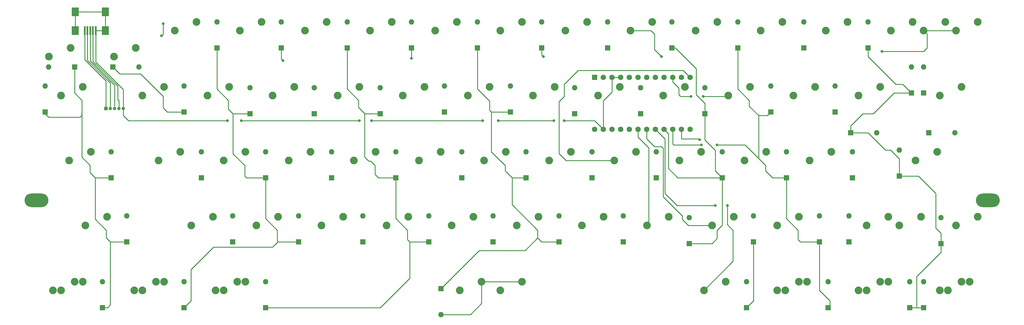
<source format=gbl>
G04 #@! TF.GenerationSoftware,KiCad,Pcbnew,(5.1.6)-1*
G04 #@! TF.CreationDate,2021-05-30T03:28:52+07:00*
G04 #@! TF.ProjectId,LK60 v2,4c4b3630-2076-4322-9e6b-696361645f70,rev?*
G04 #@! TF.SameCoordinates,Original*
G04 #@! TF.FileFunction,Copper,L2,Bot*
G04 #@! TF.FilePolarity,Positive*
%FSLAX46Y46*%
G04 Gerber Fmt 4.6, Leading zero omitted, Abs format (unit mm)*
G04 Created by KiCad (PCBNEW (5.1.6)-1) date 2021-05-30 03:28:52*
%MOMM*%
%LPD*%
G01*
G04 APERTURE LIST*
G04 #@! TA.AperFunction,ComponentPad*
%ADD10O,7.000000X4.000000*%
G04 #@! TD*
G04 #@! TA.AperFunction,ComponentPad*
%ADD11O,1.000000X1.000000*%
G04 #@! TD*
G04 #@! TA.AperFunction,ComponentPad*
%ADD12R,1.000000X1.000000*%
G04 #@! TD*
G04 #@! TA.AperFunction,SMDPad,CuDef*
%ADD13R,0.500000X2.500000*%
G04 #@! TD*
G04 #@! TA.AperFunction,SMDPad,CuDef*
%ADD14R,2.000000X2.500000*%
G04 #@! TD*
G04 #@! TA.AperFunction,ComponentPad*
%ADD15C,1.600000*%
G04 #@! TD*
G04 #@! TA.AperFunction,ComponentPad*
%ADD16R,1.600000X1.600000*%
G04 #@! TD*
G04 #@! TA.AperFunction,ComponentPad*
%ADD17C,2.250000*%
G04 #@! TD*
G04 #@! TA.AperFunction,ComponentPad*
%ADD18O,1.600000X1.600000*%
G04 #@! TD*
G04 #@! TA.AperFunction,ViaPad*
%ADD19C,0.800000*%
G04 #@! TD*
G04 #@! TA.AperFunction,Conductor*
%ADD20C,0.250000*%
G04 #@! TD*
G04 APERTURE END LIST*
D10*
G04 #@! TO.P,REF\u002A\u002A,1*
G04 #@! TO.N,N/C*
X284480000Y45212000D03*
G04 #@! TD*
G04 #@! TO.P,REF\u002A\u002A,1*
G04 #@! TO.N,N/C*
X6096000Y45212000D03*
G04 #@! TD*
D11*
G04 #@! TO.P,Pin_header1,5*
G04 #@! TO.N,Ground*
X31496000Y72136000D03*
G04 #@! TO.P,Pin_header1,4*
G04 #@! TO.N,Net-(J1-Pad4)*
X30226000Y72136000D03*
G04 #@! TO.P,Pin_header1,3*
G04 #@! TO.N,Net-(J1-Pad3)*
X28956000Y72136000D03*
G04 #@! TO.P,Pin_header1,2*
G04 #@! TO.N,Net-(J1-Pad2)*
X27686000Y72136000D03*
D12*
G04 #@! TO.P,Pin_header1,1*
G04 #@! TO.N,Net-(J1-Pad1)*
X26416000Y72136000D03*
G04 #@! TD*
D13*
G04 #@! TO.P,J1,5*
G04 #@! TO.N,Ground*
X23444000Y94936000D03*
G04 #@! TO.P,J1,4*
G04 #@! TO.N,Net-(J1-Pad4)*
X22644000Y94936000D03*
G04 #@! TO.P,J1,3*
G04 #@! TO.N,Net-(J1-Pad3)*
X21844000Y94936000D03*
G04 #@! TO.P,J1,2*
G04 #@! TO.N,Net-(J1-Pad2)*
X21044000Y94936000D03*
G04 #@! TO.P,J1,1*
G04 #@! TO.N,Net-(J1-Pad1)*
X20244000Y94936000D03*
D14*
G04 #@! TO.P,J1,6*
G04 #@! TO.N,Ground*
X26244000Y94936000D03*
X17444000Y94936000D03*
X26244000Y100436000D03*
X17444000Y100436000D03*
G04 #@! TD*
D15*
G04 #@! TO.P,U1,24*
G04 #@! TO.N,Net-(U1-Pad24)*
X169418000Y66040000D03*
G04 #@! TO.P,U1,23*
G04 #@! TO.N,Ground*
X171958000Y66040000D03*
G04 #@! TO.P,U1,22*
G04 #@! TO.N,Net-(U1-Pad22)*
X174498000Y66040000D03*
G04 #@! TO.P,U1,21*
G04 #@! TO.N,Net-(U1-Pad21)*
X177038000Y66040000D03*
G04 #@! TO.P,U1,20*
G04 #@! TO.N,Col5*
X179578000Y66040000D03*
G04 #@! TO.P,U1,19*
G04 #@! TO.N,Col6*
X182118000Y66040000D03*
G04 #@! TO.P,U1,18*
G04 #@! TO.N,Col7*
X184658000Y66040000D03*
G04 #@! TO.P,U1,17*
G04 #@! TO.N,Col8*
X187198000Y66040000D03*
G04 #@! TO.P,U1,16*
G04 #@! TO.N,Row4*
X189738000Y66040000D03*
G04 #@! TO.P,U1,15*
G04 #@! TO.N,Row5*
X192278000Y66040000D03*
G04 #@! TO.P,U1,14*
G04 #@! TO.N,Row6*
X194818000Y66040000D03*
G04 #@! TO.P,U1,13*
G04 #@! TO.N,Row7*
X197358000Y66040000D03*
G04 #@! TO.P,U1,12*
G04 #@! TO.N,Col4*
X197358000Y81280000D03*
G04 #@! TO.P,U1,11*
G04 #@! TO.N,Col3*
X194818000Y81280000D03*
G04 #@! TO.P,U1,10*
G04 #@! TO.N,Col2*
X192278000Y81280000D03*
G04 #@! TO.P,U1,9*
G04 #@! TO.N,Col1*
X189738000Y81280000D03*
G04 #@! TO.P,U1,8*
G04 #@! TO.N,Col0*
X187198000Y81280000D03*
G04 #@! TO.P,U1,7*
G04 #@! TO.N,Row3*
X184658000Y81280000D03*
G04 #@! TO.P,U1,6*
G04 #@! TO.N,Row2*
X182118000Y81280000D03*
G04 #@! TO.P,U1,5*
G04 #@! TO.N,Row1*
X179578000Y81280000D03*
G04 #@! TO.P,U1,4*
G04 #@! TO.N,Ground*
X177038000Y81280000D03*
G04 #@! TO.P,U1,3*
X174498000Y81280000D03*
G04 #@! TO.P,U1,2*
G04 #@! TO.N,Row0*
X171958000Y81280000D03*
D16*
G04 #@! TO.P,U1,1*
G04 #@! TO.N,Net-(U1-Pad1)*
X169418000Y81280000D03*
G04 #@! TD*
D17*
G04 #@! TO.P,KeyMod2,2*
G04 #@! TO.N,Net-(D62-Pad2)*
X255399000Y21336000D03*
G04 #@! TO.P,KeyMod2,1*
G04 #@! TO.N,Col8*
X249049000Y18796000D03*
G04 #@! TD*
G04 #@! TO.P,KeyMod1,2*
G04 #@! TO.N,Net-(D55-Pad2)*
X281591000Y40387000D03*
G04 #@! TO.P,KeyMod1,1*
G04 #@! TO.N,Col6*
X275241000Y37847000D03*
G04 #@! TD*
G04 #@! TO.P,KeyZ1,2*
G04 #@! TO.N,Net-(D44-Pad2)*
X57752000Y40387000D03*
G04 #@! TO.P,KeyZ1,1*
G04 #@! TO.N,Col7*
X51402000Y37847000D03*
G04 #@! TD*
G04 #@! TO.P,KeyY1,2*
G04 #@! TO.N,Net-(D22-Pad2)*
X138715000Y78488000D03*
G04 #@! TO.P,KeyY1,1*
G04 #@! TO.N,Col2*
X132365000Y75948000D03*
G04 #@! TD*
G04 #@! TO.P,KeyX1,2*
G04 #@! TO.N,Net-(D45-Pad2)*
X76802000Y40387000D03*
G04 #@! TO.P,KeyX1,1*
G04 #@! TO.N,Col6*
X70452000Y37847000D03*
G04 #@! TD*
G04 #@! TO.P,KeyWin1U1,2*
G04 #@! TO.N,Net-(D57-Pad2)*
X43464000Y21336000D03*
G04 #@! TO.P,KeyWin1U1,1*
G04 #@! TO.N,Col8*
X37114000Y18796000D03*
G04 #@! TD*
G04 #@! TO.P,KeyWin1,2*
G04 #@! TO.N,Net-(D57-Pad2)*
X41086000Y21336000D03*
G04 #@! TO.P,KeyWin1,1*
G04 #@! TO.N,Col8*
X34736000Y18796000D03*
G04 #@! TD*
G04 #@! TO.P,KeyWave1,2*
G04 #@! TO.N,Net-(D14-Pad2)*
X262540000Y97536000D03*
G04 #@! TO.P,KeyWave1,1*
G04 #@! TO.N,Col1*
X256190000Y94996000D03*
G04 #@! TD*
G04 #@! TO.P,KeyW1,2*
G04 #@! TO.N,Net-(D18-Pad2)*
X62515000Y78488000D03*
G04 #@! TO.P,KeyW1,1*
G04 #@! TO.N,Col2*
X56165000Y75948000D03*
G04 #@! TD*
G04 #@! TO.P,KeyV1,2*
G04 #@! TO.N,Net-(D47-Pad2)*
X114902000Y40387000D03*
G04 #@! TO.P,KeyV1,1*
G04 #@! TO.N,Col6*
X108552000Y37847000D03*
G04 #@! TD*
G04 #@! TO.P,KeyU1,2*
G04 #@! TO.N,Net-(D23-Pad2)*
X157765000Y78488000D03*
G04 #@! TO.P,KeyU1,1*
G04 #@! TO.N,Col3*
X151415000Y75948000D03*
G04 #@! TD*
G04 #@! TO.P,KeyTitikdua1,2*
G04 #@! TO.N,Net-(D40-Pad2)*
X219668000Y59436000D03*
G04 #@! TO.P,KeyTitikdua1,1*
G04 #@! TO.N,Col4*
X213318000Y56896000D03*
G04 #@! TD*
G04 #@! TO.P,KeyTitik1,2*
G04 #@! TO.N,Net-(D52-Pad2)*
X210153000Y40387000D03*
G04 #@! TO.P,KeyTitik1,1*
G04 #@! TO.N,Col7*
X203803000Y37847000D03*
G04 #@! TD*
G04 #@! TO.P,KeyTanya1,2*
G04 #@! TO.N,Net-(D53-Pad2)*
X229203000Y40387000D03*
G04 #@! TO.P,KeyTanya1,1*
G04 #@! TO.N,Col6*
X222853000Y37847000D03*
G04 #@! TD*
G04 #@! TO.P,KeyTab1,2*
G04 #@! TO.N,Net-(D16-Pad2)*
X19652000Y78488000D03*
G04 #@! TO.P,KeyTab1,1*
G04 #@! TO.N,Col2*
X13302000Y75948000D03*
G04 #@! TD*
G04 #@! TO.P,KeyT1,2*
G04 #@! TO.N,Net-(D21-Pad2)*
X119665000Y78488000D03*
G04 #@! TO.P,KeyT1,1*
G04 #@! TO.N,Col3*
X113315000Y75948000D03*
G04 #@! TD*
G04 #@! TO.P,KeySpace7U1,2*
G04 #@! TO.N,Net-(D59-Pad2)*
X148240000Y21336000D03*
G04 #@! TO.P,KeySpace7U1,1*
G04 #@! TO.N,Col8*
X141890000Y18796000D03*
G04 #@! TD*
G04 #@! TO.P,KeySpace6.25,2*
G04 #@! TO.N,Net-(D59-Pad2)*
X136336000Y21336000D03*
G04 #@! TO.P,KeySpace6.25,1*
G04 #@! TO.N,Col8*
X129986000Y18796000D03*
G04 #@! TD*
G04 #@! TO.P,KeyS1,2*
G04 #@! TO.N,Net-(D32-Pad2)*
X67236000Y59436000D03*
G04 #@! TO.P,KeyS1,1*
G04 #@! TO.N,Col4*
X60886000Y56896000D03*
G04 #@! TD*
G04 #@! TO.P,KeyRShift2.75U1,2*
G04 #@! TO.N,Net-(D54-Pad2)*
X264922000Y40387000D03*
G04 #@! TO.P,KeyRShift2.75U1,1*
G04 #@! TO.N,Col7*
X258572000Y37847000D03*
G04 #@! TD*
G04 #@! TO.P,KeyRShift1,2*
G04 #@! TO.N,Net-(D54-Pad2)*
X255397000Y40387000D03*
G04 #@! TO.P,KeyRShift1,1*
G04 #@! TO.N,Col7*
X249047000Y37847000D03*
G04 #@! TD*
G04 #@! TO.P,KeyRCtrl1.5U1,2*
G04 #@! TO.N,Net-(D63-Pad2)*
X276830000Y21336000D03*
G04 #@! TO.P,KeyRCtrl1.5U1,1*
G04 #@! TO.N,Col8*
X270480000Y18796000D03*
G04 #@! TD*
G04 #@! TO.P,KeyRCtrl1,2*
G04 #@! TO.N,Net-(D63-Pad2)*
X279211000Y21336000D03*
G04 #@! TO.P,KeyRCtrl1,1*
G04 #@! TO.N,Col8*
X272861000Y18796000D03*
G04 #@! TD*
G04 #@! TO.P,KeyRAlt1.5U1,2*
G04 #@! TO.N,Net-(D61-Pad2)*
X229201000Y21336000D03*
G04 #@! TO.P,KeyRAlt1.5U1,1*
G04 #@! TO.N,Col8*
X222851000Y18796000D03*
G04 #@! TD*
G04 #@! TO.P,KeyRAlt1,2*
G04 #@! TO.N,Net-(D60-Pad2)*
X207772000Y21336000D03*
G04 #@! TO.P,KeyRAlt1,1*
G04 #@! TO.N,Col8*
X201422000Y18796000D03*
G04 #@! TD*
G04 #@! TO.P,KeyR]1,2*
G04 #@! TO.N,Net-(D28-Pad2)*
X253020000Y78488000D03*
G04 #@! TO.P,KeyR]1,1*
G04 #@! TO.N,Col2*
X246670000Y75948000D03*
G04 #@! TD*
G04 #@! TO.P,KeyR1,2*
G04 #@! TO.N,Net-(D20-Pad2)*
X100615000Y78488000D03*
G04 #@! TO.P,KeyR1,1*
G04 #@! TO.N,Col2*
X94265000Y75948000D03*
G04 #@! TD*
G04 #@! TO.P,KeyQ1,2*
G04 #@! TO.N,Net-(D17-Pad2)*
X43465000Y78488000D03*
G04 #@! TO.P,KeyQ1,1*
G04 #@! TO.N,Col3*
X37115000Y75948000D03*
G04 #@! TD*
G04 #@! TO.P,KeyPlus1,2*
G04 #@! TO.N,Net-(D13-Pad2)*
X243490000Y97536000D03*
G04 #@! TO.P,KeyPlus1,1*
G04 #@! TO.N,Col0*
X237140000Y94996000D03*
G04 #@! TD*
G04 #@! TO.P,KeyPetik1,2*
G04 #@! TO.N,Net-(D41-Pad2)*
X238722000Y59436000D03*
G04 #@! TO.P,KeyPetik1,1*
G04 #@! TO.N,Col5*
X232372000Y56896000D03*
G04 #@! TD*
G04 #@! TO.P,KeyP1,2*
G04 #@! TO.N,Net-(D26-Pad2)*
X214919000Y78488000D03*
G04 #@! TO.P,KeyP1,1*
G04 #@! TO.N,Col2*
X208569000Y75948000D03*
G04 #@! TD*
G04 #@! TO.P,KeyO1,2*
G04 #@! TO.N,Net-(D25-Pad2)*
X195869000Y78488000D03*
G04 #@! TO.P,KeyO1,1*
G04 #@! TO.N,Col3*
X189519000Y75948000D03*
G04 #@! TD*
G04 #@! TO.P,KeyNo9,2*
G04 #@! TO.N,Net-(D10-Pad2)*
X186340000Y97536000D03*
G04 #@! TO.P,KeyNo9,1*
G04 #@! TO.N,Col1*
X179990000Y94996000D03*
G04 #@! TD*
G04 #@! TO.P,KeyNo8,2*
G04 #@! TO.N,Net-(D9-Pad2)*
X167290000Y97536000D03*
G04 #@! TO.P,KeyNo8,1*
G04 #@! TO.N,Col0*
X160940000Y94996000D03*
G04 #@! TD*
G04 #@! TO.P,KeyNo7,2*
G04 #@! TO.N,Net-(D8-Pad2)*
X148240000Y97536000D03*
G04 #@! TO.P,KeyNo7,1*
G04 #@! TO.N,Col1*
X141890000Y94996000D03*
G04 #@! TD*
G04 #@! TO.P,KeyNo6,2*
G04 #@! TO.N,Net-(D7-Pad2)*
X129190000Y97536000D03*
G04 #@! TO.P,KeyNo6,1*
G04 #@! TO.N,Col0*
X122840000Y94996000D03*
G04 #@! TD*
G04 #@! TO.P,KeyNo5,2*
G04 #@! TO.N,Net-(D6-Pad2)*
X110140000Y97536000D03*
G04 #@! TO.P,KeyNo5,1*
G04 #@! TO.N,Col1*
X103790000Y94996000D03*
G04 #@! TD*
G04 #@! TO.P,KeyNo4,2*
G04 #@! TO.N,Net-(D5-Pad2)*
X91090000Y97536000D03*
G04 #@! TO.P,KeyNo4,1*
G04 #@! TO.N,Col0*
X84740000Y94996000D03*
G04 #@! TD*
G04 #@! TO.P,KeyNo3,2*
G04 #@! TO.N,Net-(D4-Pad2)*
X72040000Y97536000D03*
G04 #@! TO.P,KeyNo3,1*
G04 #@! TO.N,Col1*
X65690000Y94996000D03*
G04 #@! TD*
G04 #@! TO.P,KeyNo2,2*
G04 #@! TO.N,Net-(D3-Pad2)*
X52990000Y97536000D03*
G04 #@! TO.P,KeyNo2,1*
G04 #@! TO.N,Col0*
X46640000Y94996000D03*
G04 #@! TD*
G04 #@! TO.P,KeyNo1,2*
G04 #@! TO.N,Net-(D2-Pad2)*
X28860000Y87376000D03*
G04 #@! TO.P,KeyNo1,1*
G04 #@! TO.N,Col1*
X35210000Y89916000D03*
G04 #@! TD*
G04 #@! TO.P,KeyNo0,2*
G04 #@! TO.N,Net-(D11-Pad2)*
X205390000Y97536000D03*
G04 #@! TO.P,KeyNo0,1*
G04 #@! TO.N,Col0*
X199040000Y94996000D03*
G04 #@! TD*
G04 #@! TO.P,KeyN1,2*
G04 #@! TO.N,Net-(D49-Pad2)*
X153003000Y40387000D03*
G04 #@! TO.P,KeyN1,1*
G04 #@! TO.N,Col6*
X146653000Y37847000D03*
G04 #@! TD*
G04 #@! TO.P,KeyMinus1,2*
G04 #@! TO.N,Net-(D12-Pad2)*
X224440000Y97536000D03*
G04 #@! TO.P,KeyMinus1,1*
G04 #@! TO.N,Col1*
X218090000Y94996000D03*
G04 #@! TD*
G04 #@! TO.P,KeyMenu1U1,2*
G04 #@! TO.N,Net-(D62-Pad2)*
X253016000Y21336000D03*
G04 #@! TO.P,KeyMenu1U1,1*
G04 #@! TO.N,Col8*
X246666000Y18796000D03*
G04 #@! TD*
G04 #@! TO.P,KeyMenu1,2*
G04 #@! TO.N,Net-(D61-Pad2)*
X231586000Y21336000D03*
G04 #@! TO.P,KeyMenu1,1*
G04 #@! TO.N,Col8*
X225236000Y18796000D03*
G04 #@! TD*
G04 #@! TO.P,KeyM1,2*
G04 #@! TO.N,Net-(D50-Pad2)*
X172053000Y40387000D03*
G04 #@! TO.P,KeyM1,1*
G04 #@! TO.N,Col7*
X165703000Y37847000D03*
G04 #@! TD*
G04 #@! TO.P,KeyLShift1,2*
G04 #@! TO.N,Net-(D43-Pad2)*
X26796000Y40387000D03*
G04 #@! TO.P,KeyLShift1,1*
G04 #@! TO.N,Col6*
X20446000Y37847000D03*
G04 #@! TD*
G04 #@! TO.P,KeyLCtrl1.5U1,2*
G04 #@! TO.N,Net-(D56-Pad2)*
X19652500Y21336000D03*
G04 #@! TO.P,KeyLCtrl1.5U1,1*
G04 #@! TO.N,Col8*
X13302500Y18796000D03*
G04 #@! TD*
G04 #@! TO.P,KeyLCtrl1,2*
G04 #@! TO.N,Net-(D56-Pad2)*
X17272000Y21336000D03*
G04 #@! TO.P,KeyLCtrl1,1*
G04 #@! TO.N,Col8*
X10922000Y18796000D03*
G04 #@! TD*
G04 #@! TO.P,KeyLAlt1U1,2*
G04 #@! TO.N,Net-(D58-Pad2)*
X67279000Y21336000D03*
G04 #@! TO.P,KeyLAlt1U1,1*
G04 #@! TO.N,Col8*
X60929000Y18796000D03*
G04 #@! TD*
G04 #@! TO.P,KeyLAlt1,2*
G04 #@! TO.N,Net-(D58-Pad2)*
X64896000Y21336000D03*
G04 #@! TO.P,KeyLAlt1,1*
G04 #@! TO.N,Col8*
X58546000Y18796000D03*
G04 #@! TD*
G04 #@! TO.P,KeyL[1,2*
G04 #@! TO.N,Net-(D27-Pad2)*
X233970000Y78488000D03*
G04 #@! TO.P,KeyL[1,1*
G04 #@! TO.N,Col3*
X227620000Y75948000D03*
G04 #@! TD*
G04 #@! TO.P,KeyL1,2*
G04 #@! TO.N,Net-(D39-Pad2)*
X200614000Y59436000D03*
G04 #@! TO.P,KeyL1,1*
G04 #@! TO.N,Col5*
X194264000Y56896000D03*
G04 #@! TD*
G04 #@! TO.P,KeyKoma1,2*
G04 #@! TO.N,Net-(D51-Pad2)*
X191103000Y40387000D03*
G04 #@! TO.P,KeyKoma1,1*
G04 #@! TO.N,Col6*
X184753000Y37847000D03*
G04 #@! TD*
G04 #@! TO.P,KeyK1,2*
G04 #@! TO.N,Net-(D38-Pad2)*
X181560000Y59436000D03*
G04 #@! TO.P,KeyK1,1*
G04 #@! TO.N,Col4*
X175210000Y56896000D03*
G04 #@! TD*
G04 #@! TO.P,KeyJ1,2*
G04 #@! TO.N,Net-(D37-Pad2)*
X162506000Y59436000D03*
G04 #@! TO.P,KeyJ1,1*
G04 #@! TO.N,Col5*
X156156000Y56896000D03*
G04 #@! TD*
G04 #@! TO.P,KeyI1,2*
G04 #@! TO.N,Net-(D24-Pad2)*
X176819000Y78488000D03*
G04 #@! TO.P,KeyI1,1*
G04 #@! TO.N,Col2*
X170469000Y75948000D03*
G04 #@! TD*
G04 #@! TO.P,KeyH1,2*
G04 #@! TO.N,Net-(D36-Pad2)*
X143452000Y59436000D03*
G04 #@! TO.P,KeyH1,1*
G04 #@! TO.N,Col4*
X137102000Y56896000D03*
G04 #@! TD*
G04 #@! TO.P,KeyG1,2*
G04 #@! TO.N,Net-(D35-Pad2)*
X124398000Y59436000D03*
G04 #@! TO.P,KeyG1,1*
G04 #@! TO.N,Col5*
X118048000Y56896000D03*
G04 #@! TD*
G04 #@! TO.P,KeyF1,2*
G04 #@! TO.N,Net-(D34-Pad2)*
X105344000Y59436000D03*
G04 #@! TO.P,KeyF1,1*
G04 #@! TO.N,Col4*
X98994000Y56896000D03*
G04 #@! TD*
G04 #@! TO.P,KeyEsc1,2*
G04 #@! TO.N,Net-(D1-Pad2)*
X9810000Y87376000D03*
G04 #@! TO.P,KeyEsc1,1*
G04 #@! TO.N,Col0*
X16160000Y89916000D03*
G04 #@! TD*
G04 #@! TO.P,KeyEnter1,2*
G04 #@! TO.N,Net-(D42-Pad2)*
X269679000Y59436000D03*
G04 #@! TO.P,KeyEnter1,1*
G04 #@! TO.N,Col4*
X263329000Y56896000D03*
G04 #@! TD*
G04 #@! TO.P,KeyE1,2*
G04 #@! TO.N,Net-(D19-Pad2)*
X81565000Y78488000D03*
G04 #@! TO.P,KeyE1,1*
G04 #@! TO.N,Col3*
X75215000Y75948000D03*
G04 #@! TD*
G04 #@! TO.P,KeyDBackslas1,2*
G04 #@! TO.N,Net-(D29-Pad2)*
X276833000Y78488000D03*
G04 #@! TO.P,KeyDBackslas1,1*
G04 #@! TO.N,Col3*
X270483000Y75948000D03*
G04 #@! TD*
G04 #@! TO.P,KeyD1,2*
G04 #@! TO.N,Net-(D33-Pad2)*
X86290000Y59436000D03*
G04 #@! TO.P,KeyD1,1*
G04 #@! TO.N,Col5*
X79940000Y56896000D03*
G04 #@! TD*
G04 #@! TO.P,KeyCaps1,2*
G04 #@! TO.N,Net-(D30-Pad2)*
X22033750Y59436000D03*
G04 #@! TO.P,KeyCaps1,1*
G04 #@! TO.N,Col4*
X15683750Y56896000D03*
G04 #@! TD*
G04 #@! TO.P,KeyC1,2*
G04 #@! TO.N,Net-(D46-Pad2)*
X95852000Y40387000D03*
G04 #@! TO.P,KeyC1,1*
G04 #@! TO.N,Col7*
X89502000Y37847000D03*
G04 #@! TD*
G04 #@! TO.P,KeyBS1,2*
G04 #@! TO.N,Net-(D15-Pad2)*
X272064000Y97536000D03*
G04 #@! TO.P,KeyBS1,1*
G04 #@! TO.N,Col0*
X265714000Y94996000D03*
G04 #@! TD*
G04 #@! TO.P,KeyBackSlash1,2*
G04 #@! TO.N,Net-(D15-Pad2)*
X281590000Y97536000D03*
G04 #@! TO.P,KeyBackSlash1,1*
G04 #@! TO.N,Col0*
X275240000Y94996000D03*
G04 #@! TD*
G04 #@! TO.P,KeyB1,2*
G04 #@! TO.N,Net-(D48-Pad2)*
X133952000Y40387000D03*
G04 #@! TO.P,KeyB1,1*
G04 #@! TO.N,Col7*
X127602000Y37847000D03*
G04 #@! TD*
G04 #@! TO.P,KeyA1,2*
G04 #@! TO.N,Net-(D31-Pad2)*
X48185000Y59436000D03*
G04 #@! TO.P,KeyA1,1*
G04 #@! TO.N,Col5*
X41835000Y56896000D03*
G04 #@! TD*
D18*
G04 #@! TO.P,D63,2*
G04 #@! TO.N,Net-(D63-Pad2)*
X265684000Y21336000D03*
D16*
G04 #@! TO.P,D63,1*
G04 #@! TO.N,Row6*
X265684000Y13716000D03*
G04 #@! TD*
D18*
G04 #@! TO.P,D62,2*
G04 #@! TO.N,Net-(D62-Pad2)*
X261620000Y21336000D03*
D16*
G04 #@! TO.P,D62,1*
G04 #@! TO.N,Row6*
X261620000Y13716000D03*
G04 #@! TD*
D18*
G04 #@! TO.P,D61,2*
G04 #@! TO.N,Net-(D61-Pad2)*
X237744000Y21336000D03*
D16*
G04 #@! TO.P,D61,1*
G04 #@! TO.N,Row5*
X237744000Y13716000D03*
G04 #@! TD*
D18*
G04 #@! TO.P,D60,2*
G04 #@! TO.N,Net-(D60-Pad2)*
X213868000Y21336000D03*
D16*
G04 #@! TO.P,D60,1*
G04 #@! TO.N,Row4*
X213868000Y13716000D03*
G04 #@! TD*
D18*
G04 #@! TO.P,D59,2*
G04 #@! TO.N,Net-(D59-Pad2)*
X124460000Y11684000D03*
D16*
G04 #@! TO.P,D59,1*
G04 #@! TO.N,Row3*
X124460000Y19304000D03*
G04 #@! TD*
D18*
G04 #@! TO.P,D58,2*
G04 #@! TO.N,Net-(D58-Pad2)*
X73152000Y21336000D03*
D16*
G04 #@! TO.P,D58,1*
G04 #@! TO.N,Row2*
X73152000Y13716000D03*
G04 #@! TD*
D18*
G04 #@! TO.P,D57,2*
G04 #@! TO.N,Net-(D57-Pad2)*
X49276000Y21336000D03*
D16*
G04 #@! TO.P,D57,1*
G04 #@! TO.N,Row1*
X49276000Y13716000D03*
G04 #@! TD*
D18*
G04 #@! TO.P,D56,2*
G04 #@! TO.N,Net-(D56-Pad2)*
X25400000Y21336000D03*
D16*
G04 #@! TO.P,D56,1*
G04 #@! TO.N,Row0*
X25400000Y13716000D03*
G04 #@! TD*
D18*
G04 #@! TO.P,D55,2*
G04 #@! TO.N,Net-(D55-Pad2)*
X270764000Y40132000D03*
D16*
G04 #@! TO.P,D55,1*
G04 #@! TO.N,Row6*
X270764000Y32512000D03*
G04 #@! TD*
D18*
G04 #@! TO.P,D54,2*
G04 #@! TO.N,Net-(D54-Pad2)*
X243840000Y40640000D03*
D16*
G04 #@! TO.P,D54,1*
G04 #@! TO.N,Row5*
X243840000Y33020000D03*
G04 #@! TD*
D18*
G04 #@! TO.P,D53,2*
G04 #@! TO.N,Net-(D53-Pad2)*
X235204000Y40640000D03*
D16*
G04 #@! TO.P,D53,1*
G04 #@! TO.N,Row5*
X235204000Y33020000D03*
G04 #@! TD*
D18*
G04 #@! TO.P,D52,2*
G04 #@! TO.N,Net-(D52-Pad2)*
X215900000Y40640000D03*
D16*
G04 #@! TO.P,D52,1*
G04 #@! TO.N,Row4*
X215900000Y33020000D03*
G04 #@! TD*
D18*
G04 #@! TO.P,D51,2*
G04 #@! TO.N,Net-(D51-Pad2)*
X197104000Y40132000D03*
D16*
G04 #@! TO.P,D51,1*
G04 #@! TO.N,Row4*
X197104000Y32512000D03*
G04 #@! TD*
D18*
G04 #@! TO.P,D50,2*
G04 #@! TO.N,Net-(D50-Pad2)*
X177800000Y40640000D03*
D16*
G04 #@! TO.P,D50,1*
G04 #@! TO.N,Row3*
X177800000Y33020000D03*
G04 #@! TD*
D18*
G04 #@! TO.P,D49,2*
G04 #@! TO.N,Net-(D49-Pad2)*
X159004000Y40640000D03*
D16*
G04 #@! TO.P,D49,1*
G04 #@! TO.N,Row3*
X159004000Y33020000D03*
G04 #@! TD*
D18*
G04 #@! TO.P,D48,2*
G04 #@! TO.N,Net-(D48-Pad2)*
X139700000Y40640000D03*
D16*
G04 #@! TO.P,D48,1*
G04 #@! TO.N,Row2*
X139700000Y33020000D03*
G04 #@! TD*
D18*
G04 #@! TO.P,D47,2*
G04 #@! TO.N,Net-(D47-Pad2)*
X120904000Y40640000D03*
D16*
G04 #@! TO.P,D47,1*
G04 #@! TO.N,Row2*
X120904000Y33020000D03*
G04 #@! TD*
D18*
G04 #@! TO.P,D46,2*
G04 #@! TO.N,Net-(D46-Pad2)*
X101600000Y40640000D03*
D16*
G04 #@! TO.P,D46,1*
G04 #@! TO.N,Row1*
X101600000Y33020000D03*
G04 #@! TD*
D18*
G04 #@! TO.P,D45,2*
G04 #@! TO.N,Net-(D45-Pad2)*
X82804000Y40640000D03*
D16*
G04 #@! TO.P,D45,1*
G04 #@! TO.N,Row1*
X82804000Y33020000D03*
G04 #@! TD*
D18*
G04 #@! TO.P,D44,2*
G04 #@! TO.N,Net-(D44-Pad2)*
X63500000Y40640000D03*
D16*
G04 #@! TO.P,D44,1*
G04 #@! TO.N,Row0*
X63500000Y33020000D03*
G04 #@! TD*
D18*
G04 #@! TO.P,D43,2*
G04 #@! TO.N,Net-(D43-Pad2)*
X32512000Y40640000D03*
D16*
G04 #@! TO.P,D43,1*
G04 #@! TO.N,Row0*
X32512000Y33020000D03*
G04 #@! TD*
D18*
G04 #@! TO.P,D42,2*
G04 #@! TO.N,Net-(D42-Pad2)*
X258572000Y59944000D03*
D16*
G04 #@! TO.P,D42,1*
G04 #@! TO.N,Row6*
X258572000Y52324000D03*
G04 #@! TD*
D18*
G04 #@! TO.P,D41,2*
G04 #@! TO.N,Net-(D41-Pad2)*
X244856000Y59436000D03*
D16*
G04 #@! TO.P,D41,1*
G04 #@! TO.N,Row5*
X244856000Y51816000D03*
G04 #@! TD*
D18*
G04 #@! TO.P,D40,2*
G04 #@! TO.N,Net-(D40-Pad2)*
X225552000Y59436000D03*
D16*
G04 #@! TO.P,D40,1*
G04 #@! TO.N,Row5*
X225552000Y51816000D03*
G04 #@! TD*
D18*
G04 #@! TO.P,D39,2*
G04 #@! TO.N,Net-(D39-Pad2)*
X206756000Y59436000D03*
D16*
G04 #@! TO.P,D39,1*
G04 #@! TO.N,Row4*
X206756000Y51816000D03*
G04 #@! TD*
D18*
G04 #@! TO.P,D38,2*
G04 #@! TO.N,Net-(D38-Pad2)*
X187452000Y59436000D03*
D16*
G04 #@! TO.P,D38,1*
G04 #@! TO.N,Row4*
X187452000Y51816000D03*
G04 #@! TD*
D18*
G04 #@! TO.P,D37,2*
G04 #@! TO.N,Net-(D37-Pad2)*
X168656000Y59436000D03*
D16*
G04 #@! TO.P,D37,1*
G04 #@! TO.N,Row3*
X168656000Y51816000D03*
G04 #@! TD*
D18*
G04 #@! TO.P,D36,2*
G04 #@! TO.N,Net-(D36-Pad2)*
X149352000Y59436000D03*
D16*
G04 #@! TO.P,D36,1*
G04 #@! TO.N,Row3*
X149352000Y51816000D03*
G04 #@! TD*
D18*
G04 #@! TO.P,D35,2*
G04 #@! TO.N,Net-(D35-Pad2)*
X130556000Y59436000D03*
D16*
G04 #@! TO.P,D35,1*
G04 #@! TO.N,Row2*
X130556000Y51816000D03*
G04 #@! TD*
D18*
G04 #@! TO.P,D34,2*
G04 #@! TO.N,Net-(D34-Pad2)*
X111252000Y59436000D03*
D16*
G04 #@! TO.P,D34,1*
G04 #@! TO.N,Row2*
X111252000Y51816000D03*
G04 #@! TD*
D18*
G04 #@! TO.P,D33,2*
G04 #@! TO.N,Net-(D33-Pad2)*
X92456000Y59436000D03*
D16*
G04 #@! TO.P,D33,1*
G04 #@! TO.N,Row1*
X92456000Y51816000D03*
G04 #@! TD*
D18*
G04 #@! TO.P,D32,2*
G04 #@! TO.N,Net-(D32-Pad2)*
X73152000Y59436000D03*
D16*
G04 #@! TO.P,D32,1*
G04 #@! TO.N,Row1*
X73152000Y51816000D03*
G04 #@! TD*
D18*
G04 #@! TO.P,D31,2*
G04 #@! TO.N,Net-(D31-Pad2)*
X54356000Y59436000D03*
D16*
G04 #@! TO.P,D31,1*
G04 #@! TO.N,Row0*
X54356000Y51816000D03*
G04 #@! TD*
D18*
G04 #@! TO.P,D30,2*
G04 #@! TO.N,Net-(D30-Pad2)*
X27940000Y59436000D03*
D16*
G04 #@! TO.P,D30,1*
G04 #@! TO.N,Row0*
X27940000Y51816000D03*
G04 #@! TD*
D18*
G04 #@! TO.P,D29,2*
G04 #@! TO.N,Net-(D29-Pad2)*
X274828000Y65024000D03*
D16*
G04 #@! TO.P,D29,1*
G04 #@! TO.N,Row7*
X267208000Y65024000D03*
G04 #@! TD*
D18*
G04 #@! TO.P,D28,2*
G04 #@! TO.N,Net-(D28-Pad2)*
X251968000Y65024000D03*
D16*
G04 #@! TO.P,D28,1*
G04 #@! TO.N,Row6*
X244348000Y65024000D03*
G04 #@! TD*
D18*
G04 #@! TO.P,D27,2*
G04 #@! TO.N,Net-(D27-Pad2)*
X239776000Y78740000D03*
D16*
G04 #@! TO.P,D27,1*
G04 #@! TO.N,Row5*
X239776000Y71120000D03*
G04 #@! TD*
D18*
G04 #@! TO.P,D26,2*
G04 #@! TO.N,Net-(D26-Pad2)*
X220980000Y78740000D03*
D16*
G04 #@! TO.P,D26,1*
G04 #@! TO.N,Row5*
X220980000Y71120000D03*
G04 #@! TD*
D18*
G04 #@! TO.P,D25,2*
G04 #@! TO.N,Net-(D25-Pad2)*
X201676000Y78232000D03*
D16*
G04 #@! TO.P,D25,1*
G04 #@! TO.N,Row4*
X201676000Y70612000D03*
G04 #@! TD*
D18*
G04 #@! TO.P,D24,2*
G04 #@! TO.N,Net-(D24-Pad2)*
X182880000Y78232000D03*
D16*
G04 #@! TO.P,D24,1*
G04 #@! TO.N,Row4*
X182880000Y70612000D03*
G04 #@! TD*
D18*
G04 #@! TO.P,D23,2*
G04 #@! TO.N,Net-(D23-Pad2)*
X163576000Y78232000D03*
D16*
G04 #@! TO.P,D23,1*
G04 #@! TO.N,Row3*
X163576000Y70612000D03*
G04 #@! TD*
D18*
G04 #@! TO.P,D22,2*
G04 #@! TO.N,Net-(D22-Pad2)*
X144780000Y78740000D03*
D16*
G04 #@! TO.P,D22,1*
G04 #@! TO.N,Row3*
X144780000Y71120000D03*
G04 #@! TD*
D18*
G04 #@! TO.P,D21,2*
G04 #@! TO.N,Net-(D21-Pad2)*
X125476000Y78740000D03*
D16*
G04 #@! TO.P,D21,1*
G04 #@! TO.N,Row2*
X125476000Y71120000D03*
G04 #@! TD*
D18*
G04 #@! TO.P,D20,2*
G04 #@! TO.N,Net-(D20-Pad2)*
X106680000Y78232000D03*
D16*
G04 #@! TO.P,D20,1*
G04 #@! TO.N,Row2*
X106680000Y70612000D03*
G04 #@! TD*
D18*
G04 #@! TO.P,D19,2*
G04 #@! TO.N,Net-(D19-Pad2)*
X87376000Y78232000D03*
D16*
G04 #@! TO.P,D19,1*
G04 #@! TO.N,Row1*
X87376000Y70612000D03*
G04 #@! TD*
D18*
G04 #@! TO.P,D18,2*
G04 #@! TO.N,Net-(D18-Pad2)*
X68580000Y78232000D03*
D16*
G04 #@! TO.P,D18,1*
G04 #@! TO.N,Row1*
X68580000Y70612000D03*
G04 #@! TD*
D18*
G04 #@! TO.P,D17,2*
G04 #@! TO.N,Net-(D17-Pad2)*
X49276000Y78740000D03*
D16*
G04 #@! TO.P,D17,1*
G04 #@! TO.N,Row0*
X49276000Y71120000D03*
G04 #@! TD*
D18*
G04 #@! TO.P,D16,2*
G04 #@! TO.N,Net-(D16-Pad2)*
X8636000Y78740000D03*
D16*
G04 #@! TO.P,D16,1*
G04 #@! TO.N,Row0*
X8636000Y71120000D03*
G04 #@! TD*
D18*
G04 #@! TO.P,D15,2*
G04 #@! TO.N,Net-(D15-Pad2)*
X265684000Y84328000D03*
D16*
G04 #@! TO.P,D15,1*
G04 #@! TO.N,Row7*
X265684000Y76708000D03*
G04 #@! TD*
D18*
G04 #@! TO.P,D14,2*
G04 #@! TO.N,Net-(D14-Pad2)*
X262128000Y84328000D03*
D16*
G04 #@! TO.P,D14,1*
G04 #@! TO.N,Row6*
X262128000Y76708000D03*
G04 #@! TD*
D18*
G04 #@! TO.P,D13,2*
G04 #@! TO.N,Net-(D13-Pad2)*
X249428000Y97536000D03*
D16*
G04 #@! TO.P,D13,1*
G04 #@! TO.N,Row6*
X249428000Y89916000D03*
G04 #@! TD*
D18*
G04 #@! TO.P,D12,2*
G04 #@! TO.N,Net-(D12-Pad2)*
X230632000Y97536000D03*
D16*
G04 #@! TO.P,D12,1*
G04 #@! TO.N,Row5*
X230632000Y89916000D03*
G04 #@! TD*
D18*
G04 #@! TO.P,D11,2*
G04 #@! TO.N,Net-(D11-Pad2)*
X211328000Y97536000D03*
D16*
G04 #@! TO.P,D11,1*
G04 #@! TO.N,Row5*
X211328000Y89916000D03*
G04 #@! TD*
D18*
G04 #@! TO.P,D10,2*
G04 #@! TO.N,Net-(D10-Pad2)*
X192024000Y97536000D03*
D16*
G04 #@! TO.P,D10,1*
G04 #@! TO.N,Row4*
X192024000Y89916000D03*
G04 #@! TD*
D18*
G04 #@! TO.P,D9,2*
G04 #@! TO.N,Net-(D9-Pad2)*
X173228000Y97536000D03*
D16*
G04 #@! TO.P,D9,1*
G04 #@! TO.N,Row4*
X173228000Y89916000D03*
G04 #@! TD*
D18*
G04 #@! TO.P,D8,2*
G04 #@! TO.N,Net-(D8-Pad2)*
X153924000Y97536000D03*
D16*
G04 #@! TO.P,D8,1*
G04 #@! TO.N,Row3*
X153924000Y89916000D03*
G04 #@! TD*
D18*
G04 #@! TO.P,D7,2*
G04 #@! TO.N,Net-(D7-Pad2)*
X135128000Y97536000D03*
D16*
G04 #@! TO.P,D7,1*
G04 #@! TO.N,Row3*
X135128000Y89916000D03*
G04 #@! TD*
D18*
G04 #@! TO.P,D6,2*
G04 #@! TO.N,Net-(D6-Pad2)*
X115824000Y97536000D03*
D16*
G04 #@! TO.P,D6,1*
G04 #@! TO.N,Row2*
X115824000Y89916000D03*
G04 #@! TD*
D18*
G04 #@! TO.P,D5,2*
G04 #@! TO.N,Net-(D5-Pad2)*
X97028000Y97536000D03*
D16*
G04 #@! TO.P,D5,1*
G04 #@! TO.N,Row2*
X97028000Y89916000D03*
G04 #@! TD*
D18*
G04 #@! TO.P,D4,2*
G04 #@! TO.N,Net-(D4-Pad2)*
X77724000Y97536000D03*
D16*
G04 #@! TO.P,D4,1*
G04 #@! TO.N,Row1*
X77724000Y89916000D03*
G04 #@! TD*
D18*
G04 #@! TO.P,D3,2*
G04 #@! TO.N,Net-(D3-Pad2)*
X58928000Y97536000D03*
D16*
G04 #@! TO.P,D3,1*
G04 #@! TO.N,Row1*
X58928000Y89916000D03*
G04 #@! TD*
D18*
G04 #@! TO.P,D2,2*
G04 #@! TO.N,Net-(D2-Pad2)*
X36068000Y84328000D03*
D16*
G04 #@! TO.P,D2,1*
G04 #@! TO.N,Row0*
X28448000Y84328000D03*
G04 #@! TD*
D18*
G04 #@! TO.P,D1,2*
G04 #@! TO.N,Net-(D1-Pad2)*
X9652000Y84328000D03*
D16*
G04 #@! TO.P,D1,1*
G04 #@! TO.N,Row0*
X17272000Y84328000D03*
G04 #@! TD*
D19*
G04 #@! TO.N,Row1*
X78232000Y86178001D03*
G04 #@! TO.N,Row2*
X115824000Y86868000D03*
G04 #@! TO.N,Row3*
X154432000Y87376000D03*
G04 #@! TO.N,Row5*
X200660000Y61468000D03*
X205232000Y61468000D03*
G04 #@! TO.N,Row6*
X200152000Y62992000D03*
G04 #@! TO.N,Col0*
X253492000Y88900000D03*
G04 #@! TO.N,Col2*
X197612000Y75692000D03*
X201168000Y75692000D03*
G04 #@! TO.N,Col8*
X204724000Y43688000D03*
X208280000Y43688000D03*
G04 #@! TO.N,Col1*
X42672000Y93472000D03*
X43180000Y97028000D03*
X188976000Y87376000D03*
G04 #@! TO.N,Ground*
X61976000Y68580000D03*
X66040000Y68580000D03*
X100584000Y68580000D03*
X104140000Y68580000D03*
X136652000Y68580000D03*
X141224000Y68580000D03*
X157480000Y68580000D03*
X160528000Y68580000D03*
G04 #@! TD*
D20*
G04 #@! TO.N,Net-(D59-Pad2)*
X136336000Y21336000D02*
X136336000Y14924000D01*
X133096000Y11684000D02*
X124460000Y11684000D01*
X136336000Y14924000D02*
X133096000Y11684000D01*
X136336000Y21336000D02*
X148240000Y21336000D01*
G04 #@! TO.N,Row0*
X17272000Y76679974D02*
X19430901Y74521073D01*
X17272000Y84328000D02*
X17272000Y76679974D01*
X19430901Y74521073D02*
X19430901Y72009099D01*
X21812651Y55469073D02*
X21812651Y53308651D01*
X19430901Y57850823D02*
X21812651Y55469073D01*
X23305302Y51816000D02*
X27940000Y51816000D01*
X21812651Y53308651D02*
X23305302Y51816000D01*
X26574901Y36420073D02*
X26574901Y34194901D01*
X23305302Y51816000D02*
X23305302Y39689672D01*
X23305302Y39689672D02*
X26574901Y36420073D01*
X27749802Y33020000D02*
X32512000Y33020000D01*
X26574901Y34194901D02*
X27749802Y33020000D01*
X27749802Y33020000D02*
X27749802Y14541802D01*
X26924000Y13716000D02*
X25400000Y13716000D01*
X27749802Y14541802D02*
X26924000Y13716000D01*
X8636000Y71120000D02*
X8636000Y70612000D01*
X8636000Y70612000D02*
X9652000Y69596000D01*
X9652000Y69596000D02*
X18796000Y69596000D01*
X18796000Y69596000D02*
X19304000Y70104000D01*
X30480000Y82296000D02*
X36576000Y82296000D01*
X44418828Y71120000D02*
X49276000Y71120000D01*
X36576000Y82296000D02*
X43243901Y75628099D01*
X28448000Y84328000D02*
X30480000Y82296000D01*
X43243901Y75628099D02*
X43243901Y72294927D01*
X43243901Y72294927D02*
X44418828Y71120000D01*
X19304000Y70612000D02*
X19430901Y70738901D01*
X19304000Y70104000D02*
X19304000Y70612000D01*
X19430901Y72009099D02*
X19430901Y70738901D01*
X19430901Y70738901D02*
X19430901Y57850823D01*
G04 #@! TO.N,Row1*
X62293901Y74521073D02*
X62293901Y71945901D01*
X58928000Y89916000D02*
X58928000Y77886974D01*
X58928000Y77886974D02*
X62293901Y74521073D01*
X63627802Y70612000D02*
X68580000Y70612000D01*
X62293901Y71945901D02*
X63627802Y70612000D01*
X67564000Y51816000D02*
X73152000Y51816000D01*
X67056000Y52324000D02*
X67564000Y51816000D01*
X67056000Y55427974D02*
X67056000Y52324000D01*
X63627802Y70612000D02*
X63627802Y58856172D01*
X63627802Y58856172D02*
X67056000Y55427974D01*
X73152000Y39848974D02*
X76580901Y36420073D01*
X73152000Y51816000D02*
X73152000Y39848974D01*
X76580901Y36420073D02*
X76580901Y33147099D01*
X76708000Y33020000D02*
X82804000Y33020000D01*
X76580901Y33147099D02*
X76708000Y33020000D01*
X76708000Y33020000D02*
X75184000Y31496000D01*
X75184000Y31496000D02*
X57912000Y31496000D01*
X57912000Y31496000D02*
X51308000Y24892000D01*
X51308000Y15748000D02*
X49276000Y13716000D01*
X51308000Y24892000D02*
X51308000Y15748000D01*
X78232000Y86178001D02*
X77724000Y86686001D01*
X77724000Y86686001D02*
X77724000Y89916000D01*
G04 #@! TO.N,Row2*
X100393901Y74521073D02*
X100393901Y72453901D01*
X97028000Y89916000D02*
X97028000Y77886974D01*
X97028000Y77886974D02*
X100393901Y74521073D01*
X102235802Y70612000D02*
X106680000Y70612000D01*
X102171901Y70675901D02*
X102235802Y70612000D01*
X100393901Y72453901D02*
X102171901Y70675901D01*
X106172000Y51816000D02*
X111252000Y51816000D01*
X105156000Y52832000D02*
X106172000Y51816000D01*
X102171901Y57848099D02*
X103345099Y56674901D01*
X102171901Y70675901D02*
X102171901Y57848099D01*
X103345099Y56674901D02*
X103917073Y56674901D01*
X103917073Y56674901D02*
X105156000Y55435974D01*
X105156000Y55435974D02*
X105156000Y52832000D01*
X111252000Y51816000D02*
X111252000Y39848974D01*
X114680901Y36420073D02*
X114680901Y33655099D01*
X111252000Y39848974D02*
X114680901Y36420073D01*
X115316000Y33020000D02*
X120904000Y33020000D01*
X114680901Y33655099D02*
X115316000Y33020000D01*
X115316000Y33020000D02*
X115316000Y22352000D01*
X106680000Y13716000D02*
X73152000Y13716000D01*
X115316000Y22352000D02*
X106680000Y13716000D01*
X115824000Y86868000D02*
X115824000Y89916000D01*
G04 #@! TO.N,Row3*
X135128000Y77886974D02*
X138684000Y74330974D01*
X135128000Y89916000D02*
X135128000Y77886974D01*
X138684000Y74330974D02*
X138684000Y71628000D01*
X139192000Y71120000D02*
X144780000Y71120000D01*
X138684000Y71628000D02*
X139192000Y71120000D01*
X139192000Y71120000D02*
X139192000Y59436000D01*
X142025073Y56674901D02*
X143256000Y55443974D01*
X139192000Y59436000D02*
X141953099Y56674901D01*
X141953099Y56674901D02*
X142025073Y56674901D01*
X143256000Y55443974D02*
X143256000Y53848000D01*
X145288000Y51816000D02*
X149352000Y51816000D01*
X143256000Y53848000D02*
X145288000Y51816000D01*
X145288000Y43913974D02*
X152781901Y36420073D01*
X145288000Y51816000D02*
X145288000Y43913974D01*
X152781901Y36420073D02*
X152781901Y34162099D01*
X153924000Y33020000D02*
X159004000Y33020000D01*
X152781901Y34162099D02*
X153924000Y33020000D01*
X124460000Y19304000D02*
X135636000Y30480000D01*
X149099802Y30480000D02*
X152781901Y34162099D01*
X135636000Y30480000D02*
X149099802Y30480000D01*
X153924000Y87884000D02*
X153924000Y89916000D01*
X154432000Y87376000D02*
X153924000Y87884000D01*
G04 #@! TO.N,Row4*
X192024000Y89916000D02*
X193040000Y89916000D01*
X193040000Y89916000D02*
X199136000Y83820000D01*
X199136000Y83820000D02*
X199136000Y76200000D01*
X201676000Y73660000D02*
X201676000Y70612000D01*
X199136000Y76200000D02*
X201676000Y73660000D01*
X204724000Y53848000D02*
X206756000Y51816000D01*
X204724000Y59802998D02*
X204724000Y53848000D01*
X201676000Y70612000D02*
X201676000Y62850998D01*
X201676000Y62850998D02*
X204724000Y59802998D01*
X206756000Y51816000D02*
X206756000Y37881974D01*
X205294099Y36420073D02*
X205294099Y33973901D01*
X206756000Y37881974D02*
X205294099Y36420073D01*
X203832198Y32512000D02*
X197104000Y32512000D01*
X205294099Y33973901D02*
X203832198Y32512000D01*
X215900000Y15748000D02*
X213868000Y13716000D01*
X215900000Y33020000D02*
X215900000Y15748000D01*
X189738000Y66040000D02*
X191008000Y64770000D01*
X193757998Y51816000D02*
X206756000Y51816000D01*
X191008000Y54565998D02*
X193757998Y51816000D01*
X191008000Y64770000D02*
X191008000Y54565998D01*
G04 #@! TO.N,Row5*
X211328000Y77890974D02*
X214697901Y74521073D01*
X211328000Y89916000D02*
X211328000Y77890974D01*
X214697901Y74521073D02*
X214697901Y72830099D01*
X214697901Y72830099D02*
X217424000Y70104000D01*
X219964000Y70104000D02*
X220980000Y71120000D01*
X217424000Y70104000D02*
X219964000Y70104000D01*
X217424000Y57491974D02*
X219456000Y55459974D01*
X217424000Y70104000D02*
X217424000Y57491974D01*
X219456000Y55459974D02*
X219456000Y53848000D01*
X221488000Y51816000D02*
X225552000Y51816000D01*
X219456000Y53848000D02*
X221488000Y51816000D01*
X225552000Y39849974D02*
X228981901Y36420073D01*
X225552000Y51816000D02*
X225552000Y39849974D01*
X228981901Y36420073D02*
X228981901Y33654099D01*
X229616000Y33020000D02*
X235204000Y33020000D01*
X228981901Y33654099D02*
X229616000Y33020000D01*
X235204000Y33020000D02*
X235204000Y18796000D01*
X235204000Y18796000D02*
X238252000Y15748000D01*
X238252000Y14224000D02*
X237744000Y13716000D01*
X238252000Y15748000D02*
X238252000Y14224000D01*
X192278000Y66040000D02*
X192278000Y61722000D01*
X192278000Y61722000D02*
X192532000Y61468000D01*
X192532000Y61468000D02*
X200660000Y61468000D01*
X213447974Y61468000D02*
X217424000Y57491974D01*
X205232000Y61468000D02*
X213447974Y61468000D01*
G04 #@! TO.N,Row6*
X249428000Y89916000D02*
X249428000Y87376000D01*
X249428000Y87376000D02*
X257556000Y79248000D01*
X259588000Y79248000D02*
X262128000Y76708000D01*
X257556000Y79248000D02*
X259588000Y79248000D01*
X244348000Y65024000D02*
X249428000Y65024000D01*
X249428000Y65024000D02*
X254508000Y59944000D01*
X254508000Y59944000D02*
X256032000Y59944000D01*
X258572000Y57404000D02*
X258572000Y52324000D01*
X256032000Y59944000D02*
X258572000Y57404000D01*
X250987998Y70612000D02*
X257083998Y76708000D01*
X247904000Y70612000D02*
X250987998Y70612000D01*
X244348000Y65024000D02*
X244348000Y67056000D01*
X257083998Y76708000D02*
X262128000Y76708000D01*
X244348000Y67056000D02*
X247904000Y70612000D01*
X258572000Y52324000D02*
X264160000Y52324000D01*
X264160000Y52324000D02*
X269240000Y47244000D01*
X269240000Y47244000D02*
X269240000Y37084000D01*
X270764000Y35560000D02*
X270764000Y32512000D01*
X269240000Y37084000D02*
X270764000Y35560000D01*
X270764000Y32512000D02*
X270764000Y29972000D01*
X270764000Y29972000D02*
X263652000Y22860000D01*
X263652000Y22860000D02*
X263652000Y13716000D01*
X263652000Y13716000D02*
X261620000Y13716000D01*
X263652000Y13716000D02*
X265684000Y13716000D01*
X194818000Y66040000D02*
X194818000Y63246000D01*
X194818000Y63246000D02*
X199898000Y63246000D01*
X199898000Y63246000D02*
X200152000Y62992000D01*
G04 #@! TO.N,Col7*
X195072000Y39624000D02*
X196849000Y37847000D01*
X195072000Y40640000D02*
X195072000Y39624000D01*
X196849000Y37847000D02*
X203803000Y37847000D01*
X184658000Y63246000D02*
X186944000Y60960000D01*
X186944000Y60960000D02*
X188976000Y60960000D01*
X184658000Y66040000D02*
X184658000Y63246000D01*
X189484000Y46228000D02*
X195072000Y40640000D01*
X188976000Y60960000D02*
X189484000Y60452000D01*
X189484000Y60452000D02*
X189484000Y46228000D01*
G04 #@! TO.N,Col0*
X253492000Y88900000D02*
X265684000Y88900000D01*
X265684000Y88900000D02*
X266700000Y89916000D01*
X266700000Y94010000D02*
X265714000Y94996000D01*
X266700000Y89916000D02*
X266700000Y94010000D01*
X265714000Y94996000D02*
X275240000Y94996000D01*
G04 #@! TO.N,Col4*
X197358000Y81280000D02*
X195326000Y83312000D01*
X195326000Y83312000D02*
X164592000Y83312000D01*
X164592000Y83312000D02*
X160528000Y79248000D01*
X160528000Y79248000D02*
X160528000Y75692000D01*
X160528000Y75692000D02*
X159004000Y74168000D01*
X159004000Y74168000D02*
X159004000Y58928000D01*
X161036000Y56896000D02*
X175210000Y56896000D01*
X159004000Y58928000D02*
X161036000Y56896000D01*
G04 #@! TO.N,Col2*
X192278000Y79932998D02*
X194056000Y78154998D01*
X192278000Y81280000D02*
X192278000Y79932998D01*
X194056000Y78154998D02*
X194056000Y76200000D01*
X194056000Y76200000D02*
X194564000Y75692000D01*
X194564000Y75692000D02*
X197612000Y75692000D01*
X208313000Y75692000D02*
X208569000Y75948000D01*
X201168000Y75692000D02*
X208313000Y75692000D01*
G04 #@! TO.N,Col6*
X182118000Y66040000D02*
X182118000Y63754000D01*
X185300001Y38394001D02*
X184753000Y37847000D01*
X185300001Y60571999D02*
X185300001Y38394001D01*
X182118000Y63754000D02*
X185300001Y60571999D01*
G04 #@! TO.N,Col8*
X187198000Y66040000D02*
X189992000Y63246000D01*
X189992000Y63246000D02*
X189992000Y47244000D01*
X189992000Y47244000D02*
X193548000Y43688000D01*
X193548000Y43688000D02*
X204724000Y43688000D01*
X209931901Y27305901D02*
X201422000Y18796000D01*
X209931901Y36420073D02*
X209931901Y27305901D01*
X208280000Y38071974D02*
X209931901Y36420073D01*
X208280000Y43688000D02*
X208280000Y38071974D01*
G04 #@! TO.N,Col1*
X42672000Y93472000D02*
X43180000Y93980000D01*
X43180000Y93980000D02*
X43180000Y97028000D01*
X188976000Y87376000D02*
X186944000Y89408000D01*
X186944000Y89408000D02*
X186944000Y93980000D01*
X185928000Y94996000D02*
X179990000Y94996000D01*
X186944000Y93980000D02*
X185928000Y94996000D01*
G04 #@! TO.N,Ground*
X174498000Y81280000D02*
X177038000Y81280000D01*
X174498000Y81280000D02*
X174498000Y76962000D01*
X171960099Y66042099D02*
X171958000Y66040000D01*
X171960099Y74424099D02*
X171960099Y66042099D01*
X174498000Y76962000D02*
X171960099Y74424099D01*
X17444000Y94936000D02*
X17720000Y94936000D01*
X17444000Y100436000D02*
X26244000Y100436000D01*
X17444000Y100436000D02*
X17444000Y94936000D01*
X26244000Y100436000D02*
X26244000Y94936000D01*
X23444000Y94936000D02*
X26244000Y94936000D01*
X31496000Y70104000D02*
X33020000Y68580000D01*
X33020000Y68580000D02*
X61976000Y68580000D01*
X66040000Y68580000D02*
X100584000Y68580000D01*
X104140000Y68580000D02*
X136652000Y68580000D01*
X141224000Y68580000D02*
X157480000Y68580000D01*
X169418000Y68580000D02*
X171958000Y66040000D01*
X160528000Y68580000D02*
X169418000Y68580000D01*
X23444000Y94936000D02*
X23444000Y85776000D01*
X23444000Y85776000D02*
X31496000Y77724000D01*
X31496000Y77724000D02*
X31496000Y72644000D01*
X31496000Y72644000D02*
X31496000Y72136000D01*
X31496000Y70104000D02*
X31496000Y72136000D01*
G04 #@! TO.N,Net-(J1-Pad4)*
X22644000Y94936000D02*
X22644000Y85939590D01*
X30226000Y74293590D02*
X29907795Y74611795D01*
X30226000Y72136000D02*
X30226000Y74293590D01*
X22644000Y85939590D02*
X29907795Y78675795D01*
X29907795Y78675795D02*
X29907795Y74740205D01*
X30226000Y74422000D02*
X30226000Y72136000D01*
X29907795Y74740205D02*
X30226000Y74422000D01*
G04 #@! TO.N,Net-(J1-Pad3)*
X21844000Y86103180D02*
X21844000Y94936000D01*
X28956000Y72136000D02*
X28956000Y78991180D01*
X28956000Y78991180D02*
X21844000Y86103180D01*
G04 #@! TO.N,Net-(J1-Pad2)*
X21044000Y86266770D02*
X21044000Y94936000D01*
X27686000Y79624770D02*
X21044000Y86266770D01*
X27686000Y72136000D02*
X27686000Y76454000D01*
X27686000Y76200000D02*
X27686000Y76454000D01*
X27686000Y76454000D02*
X27686000Y79624770D01*
G04 #@! TO.N,Net-(J1-Pad1)*
X20244000Y86430360D02*
X20244000Y94936000D01*
X26416000Y72136000D02*
X26416000Y80258360D01*
X26416000Y80258360D02*
X20244000Y86430360D01*
G04 #@! TD*
M02*

</source>
